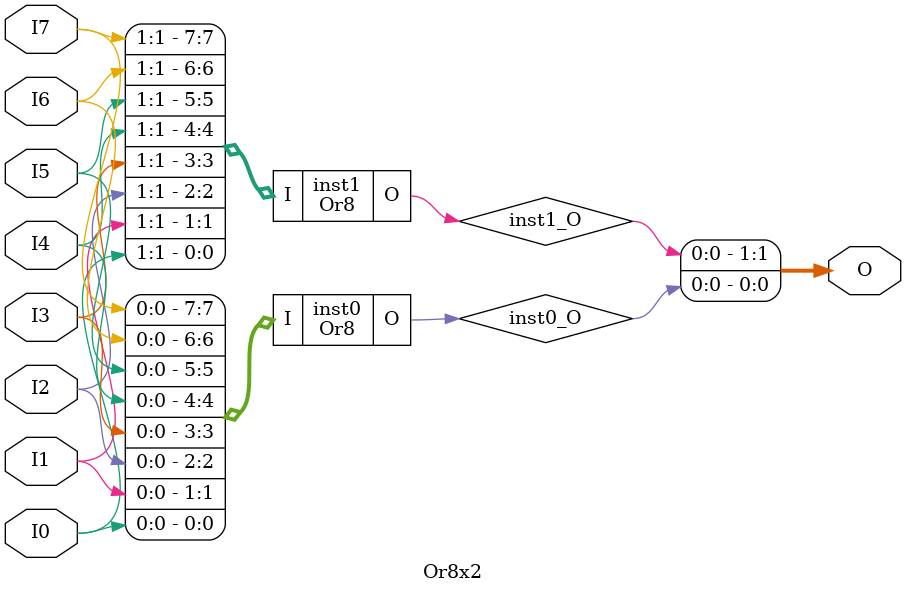
<source format=v>
module Or8 (input [7:0] I, output  O);
wire  inst0_O;
wire  inst1_O;
wire  inst2_O;
wire  inst3_O;
wire  inst4_O;
wire  inst5_O;
wire  inst6_O;
wire  inst7_O;
SB_LUT4 #(.LUT_INIT(16'hEEEE)) inst0 (.I0(1'b0), .I1(I[0]), .I2(1'b0), .I3(1'b0), .O(inst0_O));
SB_LUT4 #(.LUT_INIT(16'hEEEE)) inst1 (.I0(inst0_O), .I1(I[1]), .I2(1'b0), .I3(1'b0), .O(inst1_O));
SB_LUT4 #(.LUT_INIT(16'hEEEE)) inst2 (.I0(inst1_O), .I1(I[2]), .I2(1'b0), .I3(1'b0), .O(inst2_O));
SB_LUT4 #(.LUT_INIT(16'hEEEE)) inst3 (.I0(inst2_O), .I1(I[3]), .I2(1'b0), .I3(1'b0), .O(inst3_O));
SB_LUT4 #(.LUT_INIT(16'hEEEE)) inst4 (.I0(inst3_O), .I1(I[4]), .I2(1'b0), .I3(1'b0), .O(inst4_O));
SB_LUT4 #(.LUT_INIT(16'hEEEE)) inst5 (.I0(inst4_O), .I1(I[5]), .I2(1'b0), .I3(1'b0), .O(inst5_O));
SB_LUT4 #(.LUT_INIT(16'hEEEE)) inst6 (.I0(inst5_O), .I1(I[6]), .I2(1'b0), .I3(1'b0), .O(inst6_O));
SB_LUT4 #(.LUT_INIT(16'hEEEE)) inst7 (.I0(inst6_O), .I1(I[7]), .I2(1'b0), .I3(1'b0), .O(inst7_O));
assign O = inst7_O;
endmodule

module Or8x2 (input [1:0] I0, input [1:0] I1, input [1:0] I2, input [1:0] I3, input [1:0] I4, input [1:0] I5, input [1:0] I6, input [1:0] I7, output [1:0] O);
wire  inst0_O;
wire  inst1_O;
Or8 inst0 (.I({I7[0],I6[0],I5[0],I4[0],I3[0],I2[0],I1[0],I0[0]}), .O(inst0_O));
Or8 inst1 (.I({I7[1],I6[1],I5[1],I4[1],I3[1],I2[1],I1[1],I0[1]}), .O(inst1_O));
assign O = {inst1_O,inst0_O};
endmodule


</source>
